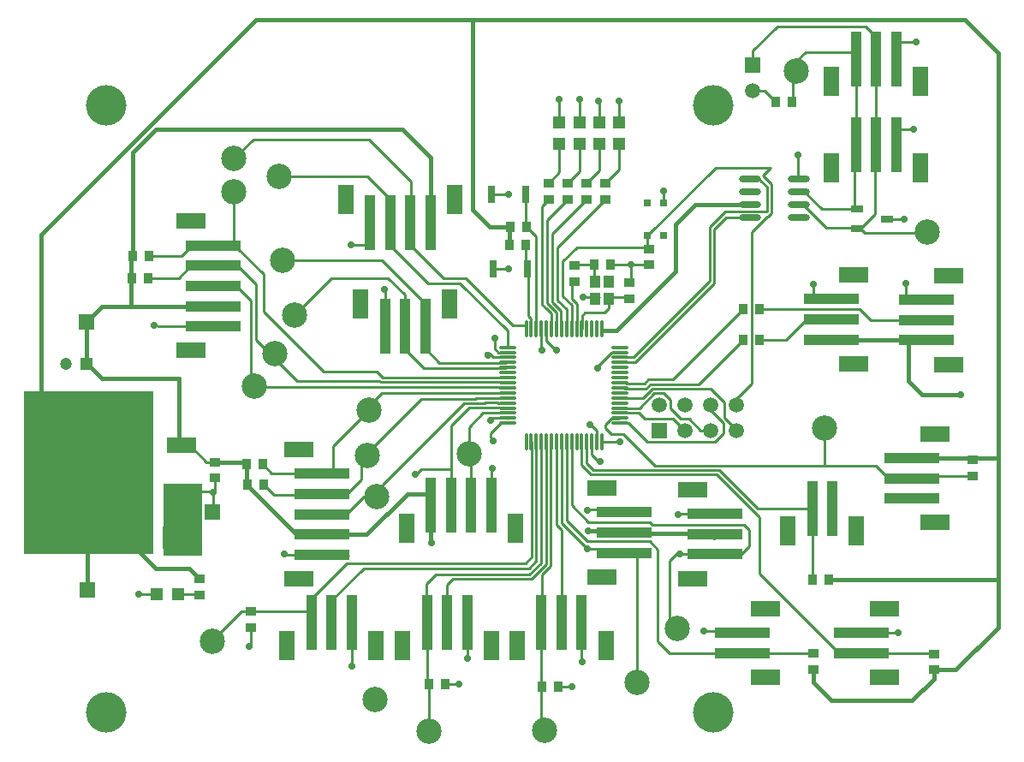
<source format=gtl>
G04*
G04 #@! TF.GenerationSoftware,Altium Limited,Altium Designer,18.1.7 (191)*
G04*
G04 Layer_Physical_Order=1*
G04 Layer_Color=255*
%FSLAX25Y25*%
%MOIN*%
G70*
G01*
G75*
%ADD12C,0.01000*%
%ADD17R,0.03543X0.03937*%
%ADD18R,0.21654X0.03937*%
%ADD19R,0.11811X0.06299*%
%ADD20R,0.07874X0.08661*%
%ADD21R,0.06299X0.11811*%
%ADD22R,0.03937X0.21654*%
%ADD23R,0.03937X0.03543*%
%ADD24R,0.03150X0.06693*%
%ADD25R,0.06000X0.06000*%
%ADD26O,0.08661X0.02362*%
%ADD27R,0.04724X0.04724*%
%ADD28R,0.04528X0.02559*%
%ADD29R,0.04724X0.04724*%
%ADD30R,0.11811X0.06299*%
%ADD31R,0.24410X0.22835*%
%ADD32R,0.03937X0.04724*%
%ADD33O,0.01181X0.07087*%
%ADD34O,0.07087X0.01181*%
%ADD35R,0.06000X0.06000*%
%ADD36R,0.02953X0.02756*%
%ADD64C,0.01500*%
%ADD65C,0.09843*%
%ADD66R,0.04574X0.04574*%
%ADD67C,0.04724*%
%ADD68R,0.05906X0.05906*%
%ADD69C,0.05906*%
%ADD70C,0.15748*%
%ADD71R,0.05906X0.05906*%
%ADD72C,0.02800*%
%ADD73C,0.05000*%
G36*
X57590Y101000D02*
X7391D01*
X7391Y164500D01*
X57590D01*
Y101000D01*
D02*
G37*
G36*
X76500Y100500D02*
X61500D01*
Y128500D01*
X76500D01*
Y100500D01*
D02*
G37*
D12*
X318500Y135500D02*
X339000D01*
X278491D02*
X318500D01*
X319000Y136000D01*
Y150000D01*
X241500Y167500D02*
X248841D01*
X250313Y168972D01*
X259822D01*
X287350Y196500D01*
X293650D02*
X332500D01*
X293500D02*
X293650D01*
X332500D02*
X336874Y192126D01*
X358500D01*
X241000Y165500D02*
X249387D01*
X251059Y167172D01*
X269872D01*
X287201Y184500D01*
X293500D02*
X304000D01*
X311874Y192374D01*
X321500D01*
X311500Y193000D02*
X320874D01*
X321500Y192374D01*
X350500Y200000D02*
Y206500D01*
Y200000D02*
X358500D01*
X314500Y200500D02*
Y206000D01*
Y200500D02*
X321248D01*
X321500Y200248D01*
X290500Y167500D02*
Y226215D01*
X284394Y161394D02*
X290500Y167500D01*
X284394Y159119D02*
Y161394D01*
X290500Y226215D02*
X296666Y232381D01*
X296927D01*
X294893Y248393D02*
X298300Y244985D01*
Y233754D02*
Y244985D01*
X294893Y248393D02*
X298000Y251500D01*
X294893Y248393D02*
Y248393D01*
X296927Y232381D02*
X298300Y233754D01*
X353000Y129874D02*
X359374D01*
X339000Y135500D02*
X344000Y130500D01*
X278491Y135500D02*
X278491Y135500D01*
X344000Y130500D02*
X353000D01*
X359374Y129874D02*
X361000Y131500D01*
X359000Y129500D02*
X359374Y129874D01*
X361000Y131500D02*
X376500D01*
X188500Y179000D02*
X189982Y177518D01*
X233500Y150000D02*
X235759Y147741D01*
X233500Y150000D02*
Y151500D01*
X235759Y147741D02*
X240516D01*
X235800Y153800D02*
X238800D01*
X235800D02*
X236000Y154000D01*
X233500Y151500D02*
X235800Y153800D01*
X238800D02*
X239000Y154000D01*
X240516Y147741D02*
X252757Y135500D01*
X278491D01*
X314063Y90063D02*
Y118701D01*
X314000Y90000D02*
X314063Y90063D01*
X226190Y136310D02*
Y144673D01*
X226358Y144841D01*
X226190Y136310D02*
X228800Y133700D01*
X277746D01*
X292745Y118701D01*
X314063D01*
X245095Y175549D02*
X276000Y206454D01*
X239350Y175549D02*
X245095D01*
X276000Y206454D02*
Y227500D01*
X274200Y207200D02*
Y228246D01*
X244518Y177518D02*
X274200Y207200D01*
X239350Y177518D02*
X244518D01*
X294000Y246500D02*
X296500Y244000D01*
Y234500D02*
Y244000D01*
X296181Y234181D02*
X296500Y234500D01*
X280135Y234181D02*
X296181D01*
X274200Y228246D02*
X280135Y234181D01*
X280500Y232000D02*
X290051D01*
X276000Y227500D02*
X280500Y232000D01*
X276500Y251500D02*
X298000D01*
X230000Y173500D02*
X235986Y179487D01*
X239350D01*
X308500Y247000D02*
Y256500D01*
X308000Y246500D02*
X308500Y247000D01*
X331500Y228000D02*
X331740Y227760D01*
X358000Y226000D02*
X358500Y226500D01*
X334520Y226000D02*
X358000D01*
X332760Y227760D02*
X334520Y226000D01*
X338500Y233500D02*
Y254000D01*
X332760Y227760D02*
X338500Y233500D01*
X331740Y227760D02*
X332760D01*
X331740D02*
X332000Y227500D01*
X319500Y228000D02*
X331500D01*
X310500Y237000D02*
X319500Y228000D01*
X304898Y237000D02*
X310500D01*
X330626Y236374D02*
Y262201D01*
Y236374D02*
X332000Y235000D01*
X306500Y242000D02*
X311000D01*
X317760Y235240D01*
X331693D01*
X250000Y225000D02*
X276500Y251500D01*
X291000Y294000D02*
Y297000D01*
X300500Y306500D01*
X335000D01*
X339000Y302500D01*
Y293701D02*
Y302500D01*
X311500Y296500D02*
X331000D01*
X307000Y292000D02*
X311500Y296500D01*
X309385Y290506D02*
X310750Y289250D01*
X308040Y288772D02*
X310750Y289250D01*
X306500Y288500D02*
X308040Y288772D01*
X307500Y286000D02*
X310750Y289250D01*
X306500Y276299D02*
Y288500D01*
X295500Y281500D02*
X299500Y277500D01*
X291000Y281500D02*
X295500D01*
X284000Y148500D02*
Y150046D01*
X202650Y212850D02*
X203000Y212500D01*
X202650Y212850D02*
Y221500D01*
X179200Y208300D02*
X197500Y190000D01*
X202500D01*
X272000Y71000D02*
X281000D01*
X281500Y70500D01*
X189000Y153000D02*
X189896Y153896D01*
X195650D01*
X186000Y156000D02*
X196000D01*
X186275Y161800D02*
X195620D01*
X195650Y161770D01*
X186721Y159700D02*
X187021Y160000D01*
X178700Y159700D02*
X186721D01*
X180400Y157900D02*
X195000D01*
X183270Y161770D02*
X186246D01*
X189000Y153000D02*
Y153232D01*
X189268Y153500D01*
X187021Y160000D02*
X191692D01*
X186246Y161770D02*
X186275Y161800D01*
X191992Y159700D02*
X195548D01*
X191692Y160000D02*
X191992Y159700D01*
X180500Y150500D02*
X186000Y156000D01*
X180500Y140000D02*
Y150500D01*
X181374Y139374D02*
X181500Y139500D01*
X181374Y120000D02*
Y139374D01*
X127000Y74201D02*
Y83000D01*
Y73201D02*
Y74201D01*
X139500Y95500D02*
X203954D01*
X127000Y83000D02*
X139500Y95500D01*
X133000Y97500D02*
X202500D01*
X119126Y83626D02*
X133000Y97500D01*
X119126Y79500D02*
Y83626D01*
X173500Y134000D02*
Y151000D01*
Y120000D02*
Y134000D01*
X159500Y132000D02*
X160000D01*
X162000Y134000D01*
X173500D01*
X108500Y100500D02*
X108752Y100752D01*
X108500Y100500D02*
Y101000D01*
X108752Y100752D02*
X123201D01*
X81500Y68500D02*
X91799Y78799D01*
X95500D01*
X95000Y64500D02*
X95500Y65000D01*
Y72500D01*
X223000Y278000D02*
X223403Y277597D01*
X229500Y200000D02*
X230000Y200500D01*
X333299Y70437D02*
X347937D01*
X227779Y118301D02*
X240969D01*
X224000Y59500D02*
X224374Y59874D01*
X147803Y189642D02*
Y204803D01*
X134551Y221449D02*
X141949D01*
X79500Y117000D02*
X81000Y118500D01*
X118299Y78799D02*
X119000Y79500D01*
X95500Y78799D02*
X118299D01*
X135000Y57500D02*
Y58000D01*
X134874Y58126D02*
X135000Y58000D01*
X134874Y58126D02*
Y73201D01*
X224000Y59500D02*
X224500Y59000D01*
X224374Y59874D02*
Y74201D01*
X220500Y49500D02*
X220500Y49500D01*
X215150Y49500D02*
X220500D01*
X164126Y50500D02*
Y74201D01*
X164500Y50500D02*
X165000Y50000D01*
Y32000D02*
Y50000D01*
X212201Y144701D02*
X212500Y145000D01*
X208626Y33374D02*
X210000Y32000D01*
X208626Y33374D02*
Y74201D01*
X212201Y144345D02*
Y144701D01*
Y144345D02*
X212300Y144246D01*
Y96209D02*
Y144246D01*
X209000Y92909D02*
X212300Y96209D01*
X209000Y74575D02*
Y92909D01*
X208626Y74201D02*
X209000Y74575D01*
X216500Y82000D02*
Y110445D01*
X214716Y112229D02*
X216500Y110445D01*
X214716Y112229D02*
Y144672D01*
X214547Y144841D02*
X214716Y144672D01*
X97500Y184500D02*
X113500Y168500D01*
X145454D01*
X195481Y167844D02*
X195650Y167675D01*
X146110Y167844D02*
X195481D01*
X145454Y168500D02*
X146110Y167844D01*
X146856Y169644D02*
X195650D01*
X144500Y172000D02*
X146856Y169644D01*
X195587Y171549D02*
X195650Y171613D01*
X124000Y172000D02*
X144500D01*
X100500Y195500D02*
X124000Y172000D01*
X100500Y195500D02*
Y210000D01*
X123456Y166044D02*
X157217D01*
X97456D02*
X123456D01*
X95700Y168300D02*
X97250Y166750D01*
X123456Y166044D02*
X123500Y166000D01*
X97000Y166500D02*
X97456Y166044D01*
X95700Y168300D02*
Y199800D01*
X90000Y220500D02*
X100500Y210000D01*
X97500Y184500D02*
Y206000D01*
X104650Y124000D02*
X117500D01*
X100650Y128000D02*
X104650Y124000D01*
X103650Y132500D02*
X117000D01*
X100150Y136000D02*
X103650Y132500D01*
X96500Y262500D02*
X141500D01*
X158000Y246000D01*
Y231500D02*
Y246000D01*
X106500Y248000D02*
X141000D01*
X89000Y255000D02*
X96500Y262500D01*
X141000Y248000D02*
X149000Y240000D01*
X204900Y99900D02*
Y144646D01*
X204705Y144841D02*
X204900Y144646D01*
X202500Y97500D02*
X204900Y99900D01*
X203954Y95500D02*
X206700Y98246D01*
Y144800D01*
Y145000D02*
Y145300D01*
X208500Y97500D02*
Y145000D01*
X210500Y96954D02*
Y143500D01*
X174200Y91200D02*
X204746D01*
X210500Y96954D01*
X204000Y93000D02*
X208500Y97500D01*
X167500Y93000D02*
X204000D01*
X172000Y89000D02*
X174200Y91200D01*
X164000Y89500D02*
X167500Y93000D01*
X172000Y74201D02*
Y89000D01*
X164000Y81752D02*
Y89500D01*
Y81752D02*
X164126Y81626D01*
Y74201D02*
Y81626D01*
X189248Y134248D02*
X189500Y134500D01*
X189248Y120000D02*
Y134248D01*
X179874Y60626D02*
X180000Y60500D01*
X179874Y60626D02*
Y74201D01*
X176500Y50500D02*
X176500Y50500D01*
X171150Y50500D02*
X176500D01*
X162000Y161500D02*
X183000D01*
X141500Y141000D02*
X162000Y161500D01*
X132874Y124374D02*
X138500Y130000D01*
Y137000D01*
X141000Y139500D01*
X157217Y166044D02*
X157262Y166000D01*
X173500Y151000D02*
X180400Y157900D01*
X147000Y123500D02*
Y128000D01*
Y123000D02*
Y123500D01*
Y128000D02*
X178700Y159700D01*
X195548D02*
X195650Y159801D01*
X183000Y161500D02*
X183270Y161770D01*
X146570Y163570D02*
X185500D01*
X142000Y159000D02*
X146570Y163570D01*
X185500Y163691D02*
X192784D01*
X157262Y166000D02*
X192198D01*
X147000Y123500D02*
X148000D01*
X144500D02*
X147000D01*
X139500D02*
X144500D01*
X123701Y124374D02*
X132874D01*
X133500Y117500D02*
X139500Y123500D01*
X127000Y133500D02*
X127500Y134000D01*
Y143000D01*
Y133500D02*
Y134000D01*
Y143000D02*
X139500Y155000D01*
X227870Y151500D02*
X230295Y149075D01*
X133000Y100000D02*
X133440Y100440D01*
X246636Y155865D02*
X248928Y153572D01*
X259941D01*
X239350Y155865D02*
X246636D01*
X259941Y153572D02*
X264394Y149119D01*
X258847Y157595D02*
X262870Y153572D01*
X258847Y157595D02*
Y160963D01*
X239350Y157833D02*
X246811D01*
X252550Y163572D01*
X256238D02*
X258847Y160963D01*
X252550Y163572D02*
X256238D01*
X266238Y153572D02*
X270691Y149119D01*
X262870Y153572D02*
X266238D01*
X270691Y149119D02*
X274394D01*
X274438Y165372D02*
X279941Y159869D01*
Y154104D02*
X284000Y150046D01*
X279941Y154104D02*
Y159869D01*
X239350Y161770D02*
X248202D01*
X251804Y165372D02*
X274438D01*
X248202Y161770D02*
X251804Y165372D01*
X284394Y149119D02*
Y149652D01*
X284000Y150046D02*
X284394Y149652D01*
X284000Y150046D02*
Y150500D01*
X228327Y139673D02*
X230500Y137500D01*
X228327Y139673D02*
Y144841D01*
X242500Y152000D02*
X249834Y144666D01*
X276238D01*
X239350Y151927D02*
X239423Y152000D01*
X242500D01*
X279500Y147928D02*
Y152000D01*
X276238Y144666D02*
X279500Y147928D01*
X274394Y157106D02*
Y159119D01*
Y157106D02*
X279500Y152000D01*
X188000Y178500D02*
X188500Y179000D01*
X169000Y175500D02*
X195000D01*
X163000Y173500D02*
X195000D01*
X163551Y180949D02*
X169000Y175500D01*
X155677Y180823D02*
X163000Y173500D01*
X206505Y190005D02*
Y224794D01*
Y188500D02*
Y190005D01*
X206500Y190000D02*
X206505Y190005D01*
X202693Y228307D02*
Y241000D01*
X202799Y228500D02*
X206505Y224794D01*
X202693Y228307D02*
X203000Y228000D01*
X196000Y241000D02*
X196000Y241000D01*
X189307Y241000D02*
X196000D01*
X196000Y212000D02*
X196000Y212000D01*
X189807Y212000D02*
X196000D01*
X203500Y193807D02*
X204700Y192607D01*
Y188547D02*
Y192607D01*
Y188547D02*
X204705Y188542D01*
X203500Y193807D02*
Y211000D01*
X170700Y208300D02*
X179200D01*
X157697Y221303D02*
X170700Y208300D01*
X157697Y221303D02*
Y230142D01*
X164500Y206500D02*
X177000D01*
X150000Y221000D02*
X164500Y206500D01*
X177000D02*
X195500Y188000D01*
Y181500D02*
Y188000D01*
X150000Y221000D02*
Y229965D01*
X149823Y230142D02*
X150000Y229965D01*
X149000Y239000D02*
Y240000D01*
X149500Y239500D01*
X141949Y221449D02*
Y230142D01*
X134500Y221500D02*
X134551Y221449D01*
X89000Y222000D02*
X89500Y221500D01*
X89000Y222000D02*
Y242000D01*
X147500Y204000D02*
Y204500D01*
X147803Y204803D01*
X155500Y197000D02*
Y202000D01*
X149000Y208500D02*
X155500Y202000D01*
X127000Y208500D02*
X149000D01*
X112500Y194000D02*
X127000Y208500D01*
X146500Y215500D02*
X163000Y199000D01*
X108000Y215500D02*
X146500D01*
X59126Y189626D02*
X81000D01*
X67500Y208500D02*
X72000Y213000D01*
X55650Y208500D02*
X67500D01*
X68500Y217000D02*
X72500Y221000D01*
X55799Y217000D02*
X68500D01*
X81000Y213248D02*
X90252D01*
X97500Y206000D01*
X90000Y213500D02*
X90252Y213248D01*
X90000Y205500D02*
X95700Y199800D01*
X195650Y169644D02*
X196150D01*
X192198Y166000D02*
X192491Y165707D01*
X155677Y180823D02*
Y189642D01*
X163551Y180949D02*
Y189642D01*
X220850Y213542D02*
X229350D01*
X236299Y200875D02*
X242973D01*
X236299Y200136D02*
Y200875D01*
X234921Y196772D02*
Y200845D01*
X224421Y188542D02*
Y193806D01*
X314000Y62500D02*
X314500Y63000D01*
X333299Y62500D02*
X361500D01*
X362000Y62000D01*
X276358Y99949D02*
X285449D01*
X246000Y51000D02*
Y101500D01*
X214500Y188500D02*
Y195091D01*
X212410Y187590D02*
Y194590D01*
X81000Y118500D02*
Y124991D01*
X225000Y201000D02*
X228500D01*
X229500Y200000D01*
X220500Y206892D02*
X220500Y206892D01*
Y200399D02*
Y206892D01*
Y200399D02*
X222421Y198478D01*
X258500Y75000D02*
Y98500D01*
X261500Y101500D01*
X258500Y75000D02*
X261500Y72000D01*
X250728Y105900D02*
X254000Y102628D01*
Y67000D02*
Y102628D01*
Y67000D02*
X258500Y62500D01*
X347000Y300500D02*
X354500D01*
X346874Y300374D02*
X347000Y300500D01*
X346874Y293701D02*
Y300374D01*
X347000Y266500D02*
X353500D01*
X346874Y266374D02*
X347000Y266500D01*
X346874Y260201D02*
Y266374D01*
X350000Y231500D02*
X350000Y231500D01*
X343307Y231500D02*
X350000D01*
X339000Y260201D02*
Y293701D01*
Y258000D02*
Y260201D01*
X338500Y257500D02*
X339000Y258000D01*
X331126Y260201D02*
Y293701D01*
X213000Y225840D02*
X226214Y239054D01*
X213000Y199137D02*
Y225840D01*
X215000Y220506D02*
X233547Y239054D01*
X215000Y199786D02*
Y220506D01*
X223403Y260698D02*
X223500Y260601D01*
Y249972D02*
Y260601D01*
X218881Y245353D02*
X223500Y249972D01*
X277000Y131900D02*
X293500Y115400D01*
X228054Y131900D02*
X277000D01*
X252000Y112500D02*
X287500D01*
X251000Y113500D02*
X252000Y112500D01*
X226899Y113500D02*
X251000D01*
X226600Y105900D02*
X250728D01*
X262000Y116500D02*
X262197Y116697D01*
X224390Y135565D02*
X228054Y131900D01*
X258500Y62500D02*
X287000D01*
X314000D01*
X293500Y93500D02*
Y115400D01*
X262500Y101000D02*
X262551Y100949D01*
X276358D01*
X293500Y93500D02*
X323500Y63500D01*
X347874Y70500D02*
X347937Y70437D01*
X262197Y116697D02*
X276358D01*
X220500Y119899D02*
X226899Y113500D01*
X287500Y112500D02*
X289500Y110500D01*
Y104000D02*
Y110500D01*
X285449Y99949D02*
X289500Y104000D01*
X220453Y144841D02*
X220500Y144794D01*
Y119899D02*
Y144794D01*
X218653Y113847D02*
X226600Y105900D01*
X231000Y277500D02*
X231102Y277398D01*
X230500Y278000D02*
X231000Y277500D01*
X238801Y277301D02*
X239000Y277500D01*
X238801Y268966D02*
Y277301D01*
X231102Y268966D02*
Y277398D01*
X223403Y268966D02*
Y277597D01*
X215500Y278000D02*
X215705Y277795D01*
Y268966D02*
Y277795D01*
X224390Y135565D02*
Y144841D01*
X209000Y198046D02*
Y236506D01*
X211000Y231173D02*
X218881Y239054D01*
X211000Y198591D02*
Y231173D01*
X192491Y165707D02*
X195650D01*
X190500Y181000D02*
X192014Y179487D01*
X190500Y181000D02*
Y184500D01*
X192014Y179487D02*
X195650D01*
X208642Y180858D02*
X209000Y180500D01*
X208642Y180858D02*
Y188542D01*
X210610Y183890D02*
X213500Y181000D01*
X210610Y183890D02*
Y188542D01*
X222421Y192290D02*
Y198478D01*
X217000Y201353D02*
X220500Y197853D01*
Y191760D02*
Y197853D01*
X220453Y191713D02*
X220500Y191760D01*
X217000Y215000D02*
X222500Y220500D01*
X217000Y201353D02*
Y215000D01*
X215000Y199786D02*
X218400Y196386D01*
X213000Y199137D02*
X216300Y195837D01*
X211000Y198591D02*
X214500Y195091D01*
X210442Y196558D02*
X212410Y194590D01*
X218400Y191500D02*
Y196386D01*
X220453Y188542D02*
Y191713D01*
X216300Y189200D02*
Y195837D01*
Y189200D02*
X216500Y189000D01*
X210442Y196558D02*
Y196604D01*
X212410Y187590D02*
X212500Y187500D01*
X209000Y198046D02*
X210442Y196604D01*
X209000Y236506D02*
X211547Y239054D01*
X189982Y177518D02*
X195650D01*
X222500Y220500D02*
X249841D01*
X249787Y220553D02*
X249841Y220500D01*
X250500Y219841D01*
X226490Y103000D02*
X226500D01*
X216516Y112975D02*
X226490Y103000D01*
X226500D02*
X240522D01*
X240969Y102553D01*
X233547Y245353D02*
X238801Y250606D01*
Y260698D01*
X226214Y245353D02*
X231102Y250241D01*
Y260698D01*
X211547Y245353D02*
X215705Y249510D01*
Y260698D01*
X218653Y113847D02*
Y144672D01*
X218484Y144841D02*
X218653Y144672D01*
X216516Y112975D02*
Y144841D01*
X227701Y118223D02*
X227779Y118301D01*
X230295Y144841D02*
Y149075D01*
X227500Y151500D02*
X227870D01*
X189000Y148069D02*
X192858Y151927D01*
X189000Y146191D02*
Y148069D01*
X192858Y151927D02*
X195650D01*
X195481Y153727D02*
X195650Y153896D01*
X52057Y85385D02*
X58866D01*
X75111D02*
X75406Y85089D01*
X67134Y85385D02*
X75111D01*
X78146Y136841D02*
X81500D01*
X71800Y143187D02*
X78146Y136841D01*
X68484Y143187D02*
X71800D01*
X81500Y125491D02*
Y130542D01*
X81000Y124991D02*
X81500Y125491D01*
X80796Y125195D02*
X81000Y124991D01*
X68484Y125195D02*
X80796D01*
X256283Y241675D02*
X256300Y241691D01*
X256283Y237774D02*
Y241675D01*
X249787Y220553D02*
Y224979D01*
X243470Y213542D02*
X250500D01*
X242972Y206687D02*
X243470Y207185D01*
Y213542D01*
X243470Y213542D02*
X243470Y213542D01*
X235650Y213542D02*
X243470D01*
X229350Y207227D02*
Y213542D01*
Y207227D02*
X229694Y206884D01*
X220500Y213191D02*
X220850Y213542D01*
X233140Y194990D02*
X234921Y196772D01*
X225606Y194990D02*
X233140D01*
X224421Y193806D02*
X225606Y194990D01*
X242973Y200875D02*
X243366Y201268D01*
X230998Y200691D02*
X231181Y200875D01*
X222421Y191912D02*
Y192290D01*
X232264Y144841D02*
X239315D01*
D17*
X293500Y184500D02*
D03*
X287201D02*
D03*
X293650Y196500D02*
D03*
X287350D02*
D03*
X171150Y50500D02*
D03*
X164850D02*
D03*
X215150Y49500D02*
D03*
X208850D02*
D03*
X196350Y221500D02*
D03*
X202650D02*
D03*
X100150Y136000D02*
D03*
X93850D02*
D03*
X100650Y128000D02*
D03*
X94350D02*
D03*
X49350Y208500D02*
D03*
X55650D02*
D03*
X49500Y217000D02*
D03*
X55799D02*
D03*
X299850Y277000D02*
D03*
X306150D02*
D03*
X314350Y91000D02*
D03*
X320650D02*
D03*
X196500Y228500D02*
D03*
X202799D02*
D03*
X229350Y213542D02*
D03*
X235650D02*
D03*
D18*
X358500Y200000D02*
D03*
Y192126D02*
D03*
Y184252D02*
D03*
X321500Y184500D02*
D03*
Y192374D02*
D03*
Y200248D02*
D03*
X123201Y100752D02*
D03*
Y108626D02*
D03*
Y116500D02*
D03*
Y124374D02*
D03*
Y132248D02*
D03*
X81000Y189626D02*
D03*
Y197500D02*
D03*
Y205374D02*
D03*
Y213248D02*
D03*
Y221122D02*
D03*
X276358Y100949D02*
D03*
Y108823D02*
D03*
Y116697D02*
D03*
X353000Y138374D02*
D03*
Y130500D02*
D03*
Y122626D02*
D03*
X287000Y70374D02*
D03*
Y62500D02*
D03*
X333299Y70374D02*
D03*
Y62500D02*
D03*
X240969Y117197D02*
D03*
Y109323D02*
D03*
Y101449D02*
D03*
D19*
X367358Y209449D02*
D03*
Y174803D02*
D03*
X330358Y175051D02*
D03*
Y209697D02*
D03*
X114343Y91303D02*
D03*
Y141697D02*
D03*
X72142Y180177D02*
D03*
Y230571D02*
D03*
X267500Y91500D02*
D03*
Y126146D02*
D03*
X361858Y147823D02*
D03*
Y113177D02*
D03*
X295858Y79823D02*
D03*
Y53051D02*
D03*
X342157Y79823D02*
D03*
Y53051D02*
D03*
X232111Y126646D02*
D03*
Y92000D02*
D03*
D20*
X65299Y107500D02*
D03*
X52701D02*
D03*
D21*
X154677Y65343D02*
D03*
X189323D02*
D03*
X173000Y198500D02*
D03*
X138354D02*
D03*
X132500Y239000D02*
D03*
X175020D02*
D03*
X233823Y65343D02*
D03*
X199177D02*
D03*
X321677Y251343D02*
D03*
X356323D02*
D03*
X144323Y65343D02*
D03*
X109677D02*
D03*
X331386Y109843D02*
D03*
X304614D02*
D03*
X198697Y111142D02*
D03*
X156177D02*
D03*
X321677Y284843D02*
D03*
X356323D02*
D03*
D22*
X164126Y74201D02*
D03*
X172000D02*
D03*
X179874D02*
D03*
X163551Y189642D02*
D03*
X155677D02*
D03*
X147803D02*
D03*
X141949Y230142D02*
D03*
X149823D02*
D03*
X157697D02*
D03*
X165571D02*
D03*
X224374Y74201D02*
D03*
X216500D02*
D03*
X208626D02*
D03*
X331126Y260201D02*
D03*
X339000D02*
D03*
X346874D02*
D03*
X134874Y74201D02*
D03*
X127000D02*
D03*
X119126D02*
D03*
X321937Y118701D02*
D03*
X314063D02*
D03*
X339000Y293701D02*
D03*
X331126D02*
D03*
X189248Y120000D02*
D03*
X181374D02*
D03*
X173500D02*
D03*
X165626D02*
D03*
X346874Y293701D02*
D03*
D23*
X95500Y78799D02*
D03*
Y72500D02*
D03*
X361500Y62150D02*
D03*
Y55850D02*
D03*
X314500Y56000D02*
D03*
Y62299D02*
D03*
X376500Y137799D02*
D03*
Y131500D02*
D03*
X221500Y207042D02*
D03*
Y213341D02*
D03*
X242972Y200388D02*
D03*
Y206687D02*
D03*
X250500Y213542D02*
D03*
Y219841D02*
D03*
X226214Y245353D02*
D03*
Y239054D02*
D03*
X218881Y245353D02*
D03*
Y239054D02*
D03*
X233547Y245353D02*
D03*
Y239054D02*
D03*
X211547Y245353D02*
D03*
Y239054D02*
D03*
X75406Y85089D02*
D03*
Y91389D02*
D03*
X81500Y130542D02*
D03*
Y136841D02*
D03*
D24*
X203193Y212000D02*
D03*
X189807D02*
D03*
X202693Y241000D02*
D03*
X189307D02*
D03*
D25*
X31500Y191500D02*
D03*
D26*
X308949Y232000D02*
D03*
Y237000D02*
D03*
Y242000D02*
D03*
Y247000D02*
D03*
X290051Y232000D02*
D03*
Y237000D02*
D03*
Y242000D02*
D03*
Y247000D02*
D03*
D27*
X58866Y85385D02*
D03*
X67134D02*
D03*
D28*
X331693Y227760D02*
D03*
Y235240D02*
D03*
X343307Y231500D02*
D03*
D29*
X223403Y260698D02*
D03*
Y268966D02*
D03*
X231102Y260698D02*
D03*
Y268966D02*
D03*
X238801Y260698D02*
D03*
Y268966D02*
D03*
X215705Y260698D02*
D03*
Y268966D02*
D03*
D30*
X68484Y125195D02*
D03*
Y143187D02*
D03*
D31*
X40217Y134191D02*
D03*
D32*
X234812Y206884D02*
D03*
Y200191D02*
D03*
X229694Y206884D02*
D03*
Y200191D02*
D03*
D33*
X232264Y188542D02*
D03*
X230295D02*
D03*
X228327D02*
D03*
X226358D02*
D03*
X224390D02*
D03*
X222421D02*
D03*
X220453D02*
D03*
X218484D02*
D03*
X216516D02*
D03*
X214547D02*
D03*
X212579D02*
D03*
X210610D02*
D03*
X208642D02*
D03*
X206673D02*
D03*
X204705D02*
D03*
X202736D02*
D03*
Y144841D02*
D03*
X204705D02*
D03*
X206673D02*
D03*
X208642D02*
D03*
X210610D02*
D03*
X212579D02*
D03*
X214547D02*
D03*
X216516D02*
D03*
X218484D02*
D03*
X220453D02*
D03*
X222421D02*
D03*
X224390D02*
D03*
X226358D02*
D03*
X228327D02*
D03*
X230295D02*
D03*
X232264D02*
D03*
D34*
X195650Y181455D02*
D03*
Y179487D02*
D03*
Y177518D02*
D03*
Y175549D02*
D03*
Y173581D02*
D03*
Y171613D02*
D03*
Y169644D02*
D03*
Y167675D02*
D03*
Y165707D02*
D03*
Y163739D02*
D03*
Y161770D02*
D03*
Y159801D02*
D03*
Y157833D02*
D03*
Y155865D02*
D03*
Y153896D02*
D03*
Y151927D02*
D03*
X239350D02*
D03*
Y153896D02*
D03*
Y155865D02*
D03*
Y157833D02*
D03*
Y159801D02*
D03*
Y161770D02*
D03*
Y163739D02*
D03*
Y165707D02*
D03*
Y167675D02*
D03*
Y169644D02*
D03*
Y171613D02*
D03*
Y173581D02*
D03*
Y175549D02*
D03*
Y177518D02*
D03*
Y179487D02*
D03*
Y181455D02*
D03*
D35*
X80500Y117500D02*
D03*
X32000Y87000D02*
D03*
D36*
X256283Y237774D02*
D03*
Y224979D02*
D03*
X249787D02*
D03*
Y237774D02*
D03*
D64*
X351500Y184252D02*
Y184500D01*
Y168500D02*
Y184252D01*
X358500D01*
X316248D02*
X351500D01*
X315500Y185000D02*
X316248Y184252D01*
X351500Y168500D02*
X357000Y163000D01*
X372000D01*
X93350Y136000D02*
Y137000D01*
X93850Y128650D02*
X94500Y128000D01*
X274500Y109000D02*
X276000Y107500D01*
X49000Y197500D02*
Y217000D01*
X67500Y143000D02*
Y169500D01*
Y143000D02*
X68000Y142500D01*
X353752Y138500D02*
X386000D01*
X361500Y52500D02*
Y56000D01*
X32000Y103000D02*
X32500Y103500D01*
X353000Y137748D02*
X353752Y138500D01*
X386500Y72500D02*
Y153000D01*
X386000Y91000D02*
X386000Y91000D01*
X320650Y91000D02*
X386000D01*
X370000Y56000D02*
X386500Y72500D01*
X386500Y296000D02*
X386500Y153000D01*
X373500Y309000D02*
X386500Y296000D01*
X268500Y237000D02*
X286000D01*
X261000Y229500D02*
X268500Y237000D01*
X261000Y211000D02*
Y229500D01*
X238000Y188000D02*
X261000Y211000D01*
X232500Y188000D02*
X238000D01*
X182000Y309000D02*
X373500D01*
X50500Y103500D02*
X58500Y95500D01*
X71500D01*
X14000Y161500D02*
Y225500D01*
X97500Y309000D01*
X182000D01*
X227000Y110000D02*
X236000D01*
X165626Y105874D02*
X166000Y105500D01*
X165626Y105874D02*
Y120000D01*
X37500Y169500D02*
X67500D01*
X94350Y127650D02*
X113000Y109000D01*
X94350Y127650D02*
Y128000D01*
X93850Y128650D02*
Y136000D01*
X154500Y266500D02*
X165500Y255500D01*
Y234500D02*
Y255500D01*
X58500Y266500D02*
X154500D01*
X49500Y257500D02*
X58500Y266500D01*
X140626Y108626D02*
X156500Y124500D01*
X165500D01*
X123701Y108626D02*
X140626D01*
X81500Y136841D02*
X92841D01*
X361500Y56000D02*
X370000D01*
X361500D02*
Y56500D01*
X187350Y179150D02*
X188000Y178500D01*
X182000Y235000D02*
Y309000D01*
Y235000D02*
X188500Y228500D01*
X196500D01*
X196350Y228350D02*
X196500Y228500D01*
X196350Y221500D02*
Y228350D01*
X49500Y217000D02*
Y257500D01*
X49000Y197500D02*
X73500D01*
X37500D02*
X49000D01*
X31500Y191500D02*
X37500Y197500D01*
X32000Y175000D02*
X37500Y169500D01*
X31500Y175000D02*
X32000D01*
X31500D02*
Y191500D01*
Y174500D02*
Y175000D01*
X71500Y95500D02*
X75500Y91500D01*
X353000Y44000D02*
X361500Y52500D01*
X321500Y44000D02*
X353000D01*
X314500Y51000D02*
Y55500D01*
Y51000D02*
X321500Y44000D01*
X32000Y87000D02*
Y103000D01*
X241292Y109000D02*
X274500D01*
X54000Y107500D02*
X54366Y107134D01*
D65*
X144000Y44500D02*
D03*
X80500Y67000D02*
D03*
X165000Y32000D02*
D03*
X106500Y248000D02*
D03*
X89000Y255000D02*
D03*
X141000Y139500D02*
D03*
X180500Y140000D02*
D03*
X144500Y123500D02*
D03*
X112500Y194000D02*
D03*
X97000Y166500D02*
D03*
X89000Y242000D02*
D03*
X246000Y51000D02*
D03*
X261500Y72000D02*
D03*
X210000Y32500D02*
D03*
X359000Y226500D02*
D03*
X308000Y289000D02*
D03*
X319000Y150000D02*
D03*
X141500Y157000D02*
D03*
X105000Y179000D02*
D03*
X108000Y215500D02*
D03*
D66*
X31500Y175000D02*
D03*
D67*
X23626D02*
D03*
D68*
X254394Y149119D02*
D03*
D69*
X264394D02*
D03*
X274394D02*
D03*
X284394D02*
D03*
X254394Y159119D02*
D03*
X264394D02*
D03*
X274394D02*
D03*
X284394D02*
D03*
X291000Y281500D02*
D03*
D70*
X39370Y39370D02*
D03*
Y275590D02*
D03*
X275590D02*
D03*
Y39370D02*
D03*
D71*
X291000Y291500D02*
D03*
D72*
X350500Y206500D02*
D03*
X314500Y206000D02*
D03*
X372000Y163000D02*
D03*
X308500Y256500D02*
D03*
X73500Y103000D02*
D03*
Y112500D02*
D03*
Y107750D02*
D03*
X272000Y71000D02*
D03*
X189000Y153000D02*
D03*
X159500Y132000D02*
D03*
X227000Y110000D02*
D03*
X166000Y105500D02*
D03*
X108500Y101000D02*
D03*
X95000Y65000D02*
D03*
X135000Y57500D02*
D03*
X224500Y59000D02*
D03*
X220500Y49500D02*
D03*
X189500Y134500D02*
D03*
X180000Y60500D02*
D03*
X176500Y50500D02*
D03*
X231500Y137000D02*
D03*
X188000Y178500D02*
D03*
X196000Y241000D02*
D03*
Y212000D02*
D03*
X134500Y221500D02*
D03*
X147500Y204000D02*
D03*
X58000Y190000D02*
D03*
X190000Y145000D02*
D03*
X225000Y201000D02*
D03*
X354500Y300500D02*
D03*
X353500Y266500D02*
D03*
X350000Y231500D02*
D03*
X262000Y116500D02*
D03*
X230500Y173500D02*
D03*
X262500Y101000D02*
D03*
X347500Y70500D02*
D03*
X239000Y277500D02*
D03*
X223500Y278000D02*
D03*
X231000Y277500D02*
D03*
X215500Y278000D02*
D03*
X190500Y185000D02*
D03*
X214500Y180500D02*
D03*
X209000D02*
D03*
X226500Y118000D02*
D03*
Y103000D02*
D03*
X227500Y151500D02*
D03*
X239315Y144841D02*
D03*
X52057Y85385D02*
D03*
X81000Y124991D02*
D03*
X256236Y242191D02*
D03*
X243470Y213542D02*
D03*
D73*
X52000Y160000D02*
D03*
X48000Y152000D02*
D03*
X44000Y160000D02*
D03*
X40000Y152000D02*
D03*
X44000Y112000D02*
D03*
X40000Y104000D02*
D03*
X36000Y160000D02*
D03*
X32000Y152000D02*
D03*
X36000Y112000D02*
D03*
X32000Y104000D02*
D03*
X28000Y160000D02*
D03*
X24000Y152000D02*
D03*
Y136000D02*
D03*
Y120000D02*
D03*
X28000Y112000D02*
D03*
X24000Y104000D02*
D03*
X20000Y160000D02*
D03*
X16000Y152000D02*
D03*
X20000Y144000D02*
D03*
X16000Y136000D02*
D03*
X20000Y128000D02*
D03*
X16000Y120000D02*
D03*
X20000Y112000D02*
D03*
X16000Y104000D02*
D03*
M02*

</source>
